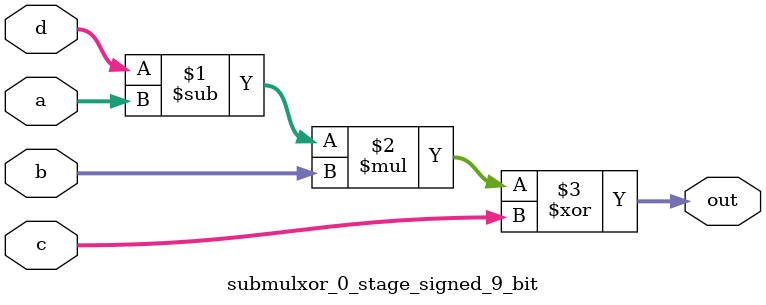
<source format=sv>
(* use_dsp = "yes" *) module submulxor_0_stage_signed_9_bit(
	input signed [8:0] a,
	input signed [8:0] b,
	input signed [8:0] c,
	input signed [8:0] d,
	output [8:0] out
	);

	assign out = ((d - a) * b) ^ c;
endmodule

</source>
